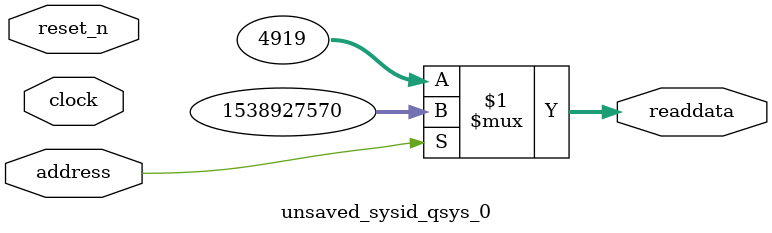
<source format=v>



// synthesis translate_off
`timescale 1ns / 1ps
// synthesis translate_on

// turn off superfluous verilog processor warnings 
// altera message_level Level1 
// altera message_off 10034 10035 10036 10037 10230 10240 10030 

module unsaved_sysid_qsys_0 (
               // inputs:
                address,
                clock,
                reset_n,

               // outputs:
                readdata
             )
;

  output  [ 31: 0] readdata;
  input            address;
  input            clock;
  input            reset_n;

  wire    [ 31: 0] readdata;
  //control_slave, which is an e_avalon_slave
  assign readdata = address ? 1538927570 : 4919;

endmodule



</source>
